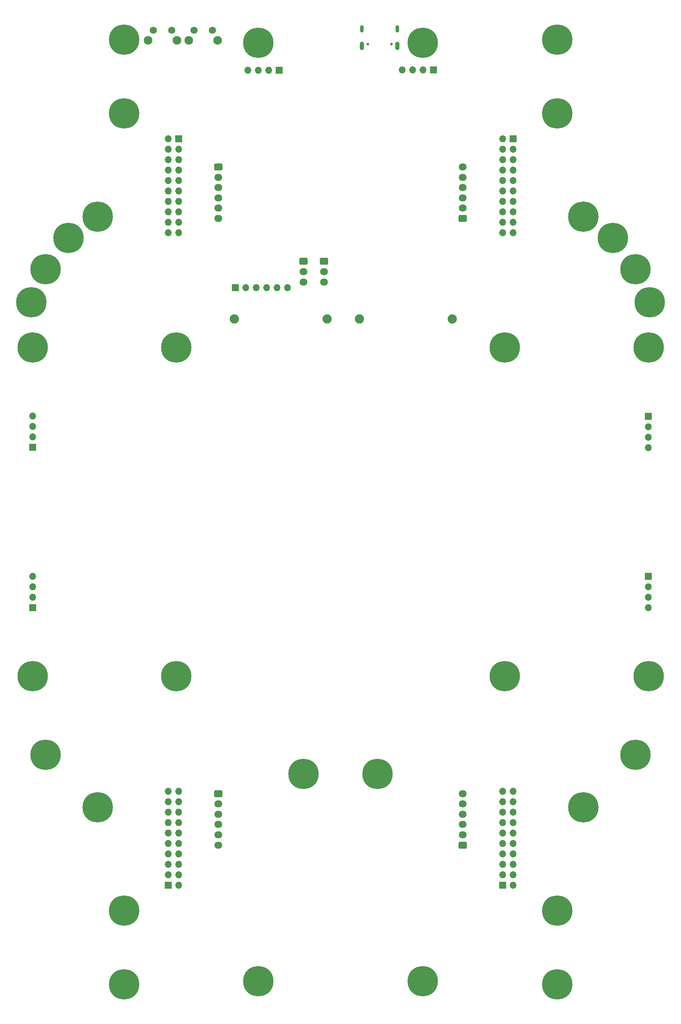
<source format=gts>
%TF.GenerationSoftware,KiCad,Pcbnew,7.0.10*%
%TF.CreationDate,2024-01-17T11:14:47+01:00*%
%TF.ProjectId,Edurob,45647572-6f62-42e6-9b69-6361645f7063,rev?*%
%TF.SameCoordinates,Original*%
%TF.FileFunction,Soldermask,Top*%
%TF.FilePolarity,Negative*%
%FSLAX46Y46*%
G04 Gerber Fmt 4.6, Leading zero omitted, Abs format (unit mm)*
G04 Created by KiCad (PCBNEW 7.0.10) date 2024-01-17 11:14:47*
%MOMM*%
%LPD*%
G01*
G04 APERTURE LIST*
G04 Aperture macros list*
%AMRoundRect*
0 Rectangle with rounded corners*
0 $1 Rounding radius*
0 $2 $3 $4 $5 $6 $7 $8 $9 X,Y pos of 4 corners*
0 Add a 4 corners polygon primitive as box body*
4,1,4,$2,$3,$4,$5,$6,$7,$8,$9,$2,$3,0*
0 Add four circle primitives for the rounded corners*
1,1,$1+$1,$2,$3*
1,1,$1+$1,$4,$5*
1,1,$1+$1,$6,$7*
1,1,$1+$1,$8,$9*
0 Add four rect primitives between the rounded corners*
20,1,$1+$1,$2,$3,$4,$5,0*
20,1,$1+$1,$4,$5,$6,$7,0*
20,1,$1+$1,$6,$7,$8,$9,0*
20,1,$1+$1,$8,$9,$2,$3,0*%
G04 Aperture macros list end*
%ADD10R,1.700000X1.700000*%
%ADD11O,1.700000X1.700000*%
%ADD12C,7.400000*%
%ADD13RoundRect,0.250000X-0.725000X0.600000X-0.725000X-0.600000X0.725000X-0.600000X0.725000X0.600000X0*%
%ADD14O,1.950000X1.700000*%
%ADD15C,2.100000*%
%ADD16C,1.750000*%
%ADD17C,2.250000*%
%ADD18C,0.650000*%
%ADD19O,1.050000X2.100000*%
%ADD20O,0.900000X1.800000*%
%ADD21RoundRect,0.250000X0.725000X-0.600000X0.725000X0.600000X-0.725000X0.600000X-0.725000X-0.600000X0*%
G04 APERTURE END LIST*
D10*
%TO.C,J6*%
X125000000Y-173300000D03*
D11*
X125000000Y-170760000D03*
X125000000Y-168220000D03*
X125000000Y-165680000D03*
%TD*%
D10*
%TO.C,J11*%
X125000000Y-134300000D03*
D11*
X125000000Y-131760000D03*
X125000000Y-129220000D03*
X125000000Y-126680000D03*
%TD*%
D10*
%TO.C,J16*%
X160540000Y-59140000D03*
D11*
X158000000Y-59140000D03*
X160540000Y-61680000D03*
X158000000Y-61680000D03*
X160540000Y-64220000D03*
X158000000Y-64220000D03*
X160540000Y-66760000D03*
X158000000Y-66760000D03*
X160540000Y-69300000D03*
X158000000Y-69300000D03*
X160540000Y-71840000D03*
X158000000Y-71840000D03*
X160540000Y-74380000D03*
X158000000Y-74380000D03*
X160540000Y-76920000D03*
X158000000Y-76920000D03*
X160540000Y-79460000D03*
X158000000Y-79460000D03*
X160540000Y-82000000D03*
X158000000Y-82000000D03*
%TD*%
D10*
%TO.C,J15*%
X242000000Y-59140000D03*
D11*
X239460000Y-59140000D03*
X242000000Y-61680000D03*
X239460000Y-61680000D03*
X242000000Y-64220000D03*
X239460000Y-64220000D03*
X242000000Y-66760000D03*
X239460000Y-66760000D03*
X242000000Y-69300000D03*
X239460000Y-69300000D03*
X242000000Y-71840000D03*
X239460000Y-71840000D03*
X242000000Y-74380000D03*
X239460000Y-74380000D03*
X242000000Y-76920000D03*
X239460000Y-76920000D03*
X242000000Y-79460000D03*
X239460000Y-79460000D03*
X242000000Y-82000000D03*
X239460000Y-82000000D03*
%TD*%
D10*
%TO.C,J17*%
X158000000Y-240860000D03*
D11*
X160540000Y-240860000D03*
X158000000Y-238320000D03*
X160540000Y-238320000D03*
X158000000Y-235780000D03*
X160540000Y-235780000D03*
X158000000Y-233240000D03*
X160540000Y-233240000D03*
X158000000Y-230700000D03*
X160540000Y-230700000D03*
X158000000Y-228160000D03*
X160540000Y-228160000D03*
X158000000Y-225620000D03*
X160540000Y-225620000D03*
X158000000Y-223080000D03*
X160540000Y-223080000D03*
X158000000Y-220540000D03*
X160540000Y-220540000D03*
X158000000Y-218000000D03*
X160540000Y-218000000D03*
%TD*%
D10*
%TO.C,J18*%
X239460000Y-240860000D03*
D11*
X242000000Y-240860000D03*
X239460000Y-238320000D03*
X242000000Y-238320000D03*
X239460000Y-235780000D03*
X242000000Y-235780000D03*
X239460000Y-233240000D03*
X242000000Y-233240000D03*
X239460000Y-230700000D03*
X242000000Y-230700000D03*
X239460000Y-228160000D03*
X242000000Y-228160000D03*
X239460000Y-225620000D03*
X242000000Y-225620000D03*
X239460000Y-223080000D03*
X242000000Y-223080000D03*
X239460000Y-220540000D03*
X242000000Y-220540000D03*
X239460000Y-218000000D03*
X242000000Y-218000000D03*
%TD*%
D12*
%TO.C,H22*%
X147250000Y-247000000D03*
%TD*%
D13*
%TO.C,J8*%
X170250000Y-66040000D03*
D14*
X170250000Y-68540000D03*
X170250000Y-71040000D03*
X170250000Y-73540000D03*
X170250000Y-76040000D03*
X170250000Y-78540000D03*
%TD*%
D12*
%TO.C,H10*%
X275297577Y-98919229D03*
%TD*%
D15*
%TO.C,SW1*%
X170025000Y-35206240D03*
X163015000Y-35206240D03*
D16*
X168775000Y-32716240D03*
X164275000Y-32716240D03*
%TD*%
D12*
%TO.C,H21*%
X140869165Y-221858757D03*
%TD*%
%TO.C,H40*%
X147250000Y-53000000D03*
%TD*%
D17*
%TO.C,F1*%
X204600000Y-103000000D03*
X227200000Y-103000000D03*
%TD*%
D12*
%TO.C,H38*%
X180000000Y-35750000D03*
%TD*%
%TO.C,H5*%
X252750000Y-35000000D03*
%TD*%
%TO.C,H4*%
X252750000Y-53000000D03*
%TD*%
D13*
%TO.C,J10*%
X196000000Y-89000000D03*
D14*
X196000000Y-91500000D03*
X196000000Y-94000000D03*
%TD*%
D10*
%TO.C,J2*%
X274975000Y-165700000D03*
D11*
X274975000Y-168240000D03*
X274975000Y-170780000D03*
X274975000Y-173320000D03*
%TD*%
D12*
%TO.C,H39*%
X147250000Y-35000000D03*
%TD*%
D10*
%TO.C,J3*%
X274975000Y-126700000D03*
D11*
X274975000Y-129240000D03*
X274975000Y-131780000D03*
X274975000Y-134320000D03*
%TD*%
D12*
%TO.C,H19*%
X160000000Y-110000000D03*
%TD*%
D13*
%TO.C,J12*%
X170250000Y-218576349D03*
D14*
X170250000Y-221076349D03*
X170250000Y-223576349D03*
X170250000Y-226076349D03*
X170250000Y-228576349D03*
X170250000Y-231076349D03*
%TD*%
D12*
%TO.C,H15*%
X275000000Y-190000000D03*
%TD*%
%TO.C,H24*%
X180000000Y-264250000D03*
%TD*%
%TO.C,H3*%
X259130835Y-78141243D03*
%TD*%
%TO.C,H18*%
X209000000Y-213750000D03*
%TD*%
%TO.C,H34*%
X124702423Y-98919229D03*
%TD*%
%TO.C,H33*%
X128141243Y-90869165D03*
%TD*%
%TO.C,H20*%
X160000000Y-190000000D03*
%TD*%
%TO.C,H30*%
X128141243Y-209130835D03*
%TD*%
%TO.C,H8*%
X252750000Y-247000000D03*
%TD*%
%TO.C,H32*%
X133702423Y-83330771D03*
%TD*%
%TO.C,H16*%
X220000000Y-264250000D03*
%TD*%
D10*
%TO.C,J5*%
X185000000Y-42500000D03*
D11*
X182460000Y-42500000D03*
X179920000Y-42500000D03*
X177380000Y-42500000D03*
%TD*%
D12*
%TO.C,H9*%
X252750000Y-265000000D03*
%TD*%
D18*
%TO.C,J4*%
X206607987Y-36094388D03*
X212387987Y-36094388D03*
D19*
X205177987Y-36594388D03*
X213817987Y-36594388D03*
D20*
X205177987Y-32414388D03*
X213817987Y-32414388D03*
%TD*%
D15*
%TO.C,SW2*%
X160150000Y-35206240D03*
X153140000Y-35206240D03*
D16*
X158900000Y-32716240D03*
X154400000Y-32716240D03*
%TD*%
D12*
%TO.C,H7*%
X259130835Y-221858757D03*
%TD*%
%TO.C,H36*%
X220000000Y-35750000D03*
%TD*%
%TO.C,H2*%
X266297577Y-83330771D03*
%TD*%
%TO.C,H11*%
X240000000Y-110000000D03*
%TD*%
D21*
%TO.C,J14*%
X229750000Y-78540000D03*
D14*
X229750000Y-76040000D03*
X229750000Y-73540000D03*
X229750000Y-71040000D03*
X229750000Y-68540000D03*
X229750000Y-66040000D03*
%TD*%
D12*
%TO.C,H6*%
X271858757Y-209130835D03*
%TD*%
%TO.C,H17*%
X191000000Y-213750000D03*
%TD*%
D17*
%TO.C,F2*%
X196720000Y-103000000D03*
X174120000Y-103000000D03*
%TD*%
D10*
%TO.C,J7*%
X174371219Y-95365539D03*
D11*
X176911219Y-95365539D03*
X179451219Y-95365539D03*
X181991219Y-95365539D03*
X184531219Y-95365539D03*
X187071219Y-95365539D03*
%TD*%
D12*
%TO.C,H35*%
X125000000Y-110000000D03*
%TD*%
%TO.C,H29*%
X125000000Y-190000000D03*
%TD*%
D10*
%TO.C,J1*%
X222620000Y-42380000D03*
D11*
X220080000Y-42380000D03*
X217540000Y-42380000D03*
X215000000Y-42380000D03*
%TD*%
D21*
%TO.C,J13*%
X229750000Y-231076349D03*
D14*
X229750000Y-228576349D03*
X229750000Y-226076349D03*
X229750000Y-223576349D03*
X229750000Y-221076349D03*
X229750000Y-218576349D03*
%TD*%
D12*
%TO.C,H41*%
X275000000Y-110000000D03*
%TD*%
%TO.C,H12*%
X240000000Y-190000000D03*
%TD*%
D13*
%TO.C,J9*%
X191000000Y-89000000D03*
D14*
X191000000Y-91500000D03*
X191000000Y-94000000D03*
%TD*%
D12*
%TO.C,H23*%
X147250000Y-265000000D03*
%TD*%
%TO.C,H1*%
X271858757Y-90869165D03*
%TD*%
%TO.C,H31*%
X140869165Y-78141243D03*
%TD*%
M02*

</source>
